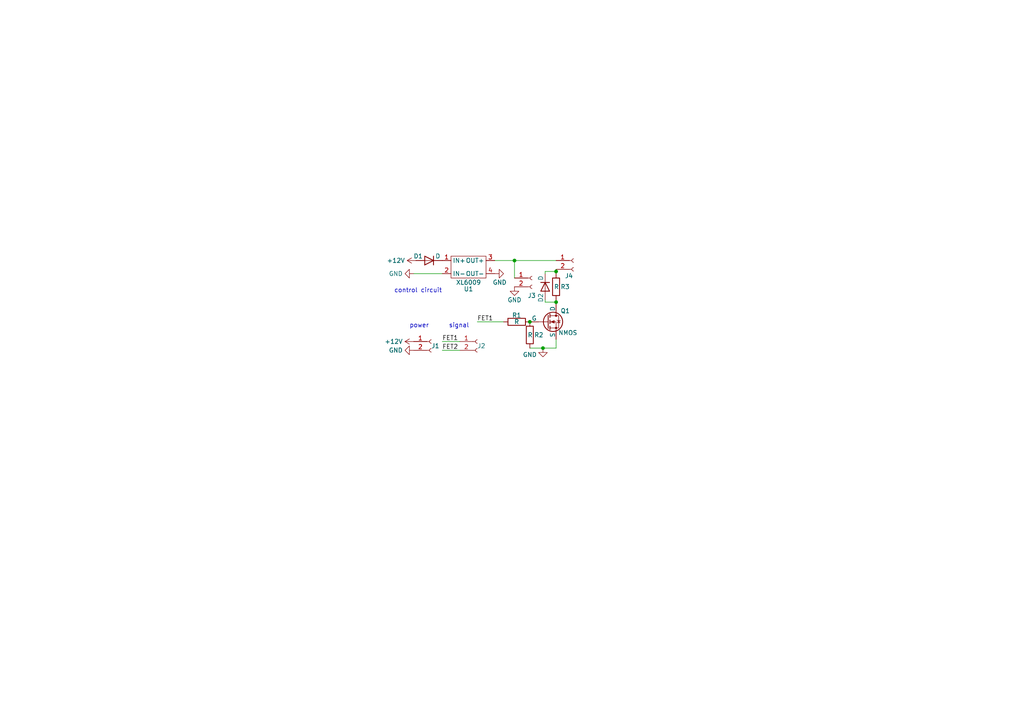
<source format=kicad_sch>
(kicad_sch (version 20230121) (generator eeschema)
  (paper "A4")
  (lib_symbols
    (symbol "Connector:Conn_01x02_Socket" (pin_names (offset 1.016) hide)
      (property "Reference" "J" (at 0 2.54 0))
      (property "Value" "Conn_01x02_Socket" (at 0 -5.08 0))
      (symbol "Conn_01x02_Socket_1_1"
        (arc (start 0 -2.032) (mid -0.5058 -2.54) (end 0 -3.048) (stroke (width 0.1524)))
        (polyline (pts (xy -1.27 -2.54) (xy -0.508 -2.54)) (stroke (width 0.1524)))
        (polyline (pts (xy -1.27 0) (xy -0.508 0)) (stroke (width 0.1524)))
        (arc (start 0 0.508) (mid -0.5058 0) (end 0 -0.508) (stroke (width 0.1524)))
        (pin passive line (at -5.08 0 0) (length 3.81) (name "Pin_1") (number "1"))
        (pin passive line (at -5.08 -2.54 0) (length 3.81) (name "Pin_2") (number "2"))
      )
    )
    (symbol "Device:D" (pin_numbers hide) (pin_names (offset 1.016) hide)
      (property "Reference" "D" (at 0 2.54 0))
      (property "Value" "D" (at 0 -2.54 0))
      (symbol "D_0_1"
        (polyline (pts (xy -1.27 1.27) (xy -1.27 -1.27)) (stroke (width 0.254)))
        (polyline (pts (xy 1.27 0) (xy -1.27 0)))
        (polyline (pts (xy 1.27 1.27) (xy 1.27 -1.27) (xy -1.27 0) (xy 1.27 1.27)) (stroke (width 0.254)))
      )
      (symbol "D_1_1"
        (pin passive line (at -3.81 0 0) (length 2.54) (name "K") (number "1"))
        (pin passive line (at 3.81 0 180) (length 2.54) (name "A") (number "2"))
      )
    )
    (symbol "Device:R" (pin_numbers hide) (pin_names (offset 0))
      (property "Reference" "R" (at 2.032 0 90))
      (property "Value" "R" (at 0 0 90))
      (symbol "R_0_1"
        (rectangle (start -1.016 -2.54) (end 1.016 2.54) (stroke (width 0.254)))
      )
      (symbol "R_1_1"
        (pin passive line (at 0 3.81 270) (length 1.27) (name "~") (number "1"))
        (pin passive line (at 0 -3.81 90) (length 1.27) (name "~") (number "2"))
      )
    )
    (symbol "Simulation_SPICE:NMOS" (pin_numbers hide) (pin_names (offset 0))
      (property "Reference" "Q" (at 5.08 1.27 0))
      (property "Value" "NMOS" (at 5.08 -1.27 0))
      (symbol "NMOS_0_1"
        (polyline (pts (xy 0.254 0) (xy -2.54 0)))
        (polyline (pts (xy 0.254 1.905) (xy 0.254 -1.905)) (stroke (width 0.254)))
        (polyline (pts (xy 0.762 -1.27) (xy 0.762 -2.286)) (stroke (width 0.254)))
        (polyline (pts (xy 0.762 0.508) (xy 0.762 -0.508)) (stroke (width 0.254)))
        (polyline (pts (xy 0.762 2.286) (xy 0.762 1.27)) (stroke (width 0.254)))
        (polyline (pts (xy 2.54 2.54) (xy 2.54 1.778)))
        (polyline (pts (xy 2.54 -2.54) (xy 2.54 0) (xy 0.762 0)))
        (polyline (pts (xy 0.762 -1.778) (xy 3.302 -1.778) (xy 3.302 1.778) (xy 0.762 1.778)))
        (polyline (pts (xy 1.016 0) (xy 2.032 0.381) (xy 2.032 -0.381) (xy 1.016 0)) (fill (type outline)))
        (polyline (pts (xy 2.794 0.508) (xy 2.921 0.381) (xy 3.683 0.381) (xy 3.81 0.254)))
        (polyline (pts (xy 3.302 0.381) (xy 2.921 -0.254) (xy 3.683 -0.254) (xy 3.302 0.381)))
        (circle (center 1.651 0) (radius 2.794) (stroke (width 0.254)))
        (circle (center 2.54 -1.778) (radius 0.254) (fill (type outline)))
        (circle (center 2.54 1.778) (radius 0.254) (fill (type outline)))
      )
      (symbol "NMOS_1_1"
        (pin passive line (at 2.54 5.08 270) (length 2.54) (name "D") (number "1"))
        (pin input line (at -5.08 0 0) (length 2.54) (name "G") (number "2"))
        (pin passive line (at 2.54 -5.08 90) (length 2.54) (name "S") (number "3"))
      )
    )
    (symbol "XL6009:XL6009"
      (property "Reference" "U1" (at 0 1.905 0))
      (property "Value" "XL6009" (at 0 -0.635 0))
      (symbol "XL6009_0_1"
        (rectangle (start -5.08 -2.54) (end 5.08 -8.89))
      )
      (symbol "XL6009_1_1"
        (pin input line (at -7.62 -3.81 0) (length 2.54) (name "IN+") (number "1"))
        (pin input line (at -7.62 -7.62 0) (length 2.54) (name "IN-") (number "2"))
        (pin input line (at 7.62 -3.81 180) (length 2.54) (name "OUT+") (number "3"))
        (pin input line (at 7.62 -7.62 180) (length 2.54) (name "OUT-") (number "4"))
      )
    )
    (symbol "power:+12V" (power) (pin_names (offset 0))
      (property "Value" "+12V" (at 0 3.556 0))
      (symbol "+12V_0_1"
        (polyline (pts (xy -0.762 1.27) (xy 0 2.54)))
        (polyline (pts (xy 0 0) (xy 0 2.54)))
        (polyline (pts (xy 0 2.54) (xy 0.762 1.27)))
      )
      (symbol "+12V_1_1"
        (pin power_in line (at 0 0 90) (length 0) hide (name "+12V") (number "1"))
      )
    )
    (symbol "power:GND" (power) (pin_names (offset 0))
      (property "Value" "GND" (at 0 -3.81 0))
      (symbol "GND_0_1"
        (polyline (pts (xy 0 0) (xy 0 -1.27) (xy 1.27 -1.27) (xy 0 -2.54) (xy -1.27 -1.27) (xy 0 -1.27)))
      )
      (symbol "GND_1_1"
        (pin power_in line (at 0 0 270) (length 0) hide (name "GND") (number "1"))
      )
    )
  )
  (junction (at 161.29 87.63))
  (junction (at 149.225 75.565))
  (junction (at 153.67 93.345))
  (junction (at 157.48 100.965))
  (junction (at 161.29 78.74))
  (wire (pts (xy 158.115 79.375) (xy 158.115 78.74)))
  (wire (pts (xy 161.29 79.375) (xy 161.29 78.74)))
  (wire (pts (xy 120.015 79.375) (xy 128.27 79.375)))
  (wire (pts (xy 153.67 100.965) (xy 157.48 100.965)))
  (wire (pts (xy 149.225 75.565) (xy 149.225 80.645)))
  (wire (pts (xy 158.115 86.995) (xy 158.115 87.63)))
  (wire (pts (xy 143.51 75.565) (xy 149.225 75.565)))
  (wire (pts (xy 149.225 75.565) (xy 161.29 75.565)))
  (wire (pts (xy 128.27 101.6) (xy 133.35 101.6)))
  (wire (pts (xy 161.29 87.63) (xy 161.29 88.265)))
  (wire (pts (xy 161.29 86.995) (xy 161.29 87.63)))
  (wire (pts (xy 158.115 87.63) (xy 161.29 87.63)))
  (wire (pts (xy 158.115 78.74) (xy 161.29 78.74)))
  (wire (pts (xy 138.43 93.345) (xy 146.05 93.345)))
  (wire (pts (xy 128.27 99.06) (xy 133.35 99.06)))
  (wire (pts (xy 161.29 100.965) (xy 161.29 98.425)))
  (wire (pts (xy 161.29 78.74) (xy 161.29 78.105)))
  (wire (pts (xy 157.48 100.965) (xy 161.29 100.965)))
  (text "control circuit" (at 114.3 85.09 0) (effects (font (size 1.27 1.27)) (justify left bottom)))
  (text "signal" (at 130.175 95.25 0) (effects (font (size 1.27 1.27)) (justify left bottom)))
  (text "power" (at 118.745 95.25 0) (effects (font (size 1.27 1.27)) (justify left bottom)))
  (label "FET1" (at 138.43 93.345 0))
  (label "FET1" (at 128.27 99.06 0))
  (label "FET2" (at 128.27 101.6 0))
  (symbol (lib_id "Device:D") (at 124.46 75.565 180) (unit 1)
    (property "Reference" "D1" (at 121.285 74.295 0))
    (property "Value" "D" (at 127 74.295 0))
    (property "Footprint" "Diode_THT:D_5W_P10.16mm_Horizontal" (effects hide))
    (property "Sim.Device" "D" (effects hide))
    (property "Sim.Pins" "1=K 2=A" (effects hide))
  )
  (symbol (lib_id "Simulation_SPICE:NMOS") (at 158.75 93.345 0) (unit 1)
    (property "Reference" "Q1" (at 162.56 90.17 0) (effects (justify left)))
    (property "Value" "NMOS" (at 161.925 96.52 0) (effects (justify left)))
    (property "Footprint" "K15A20D:K15A20D" (effects hide))
    (property "Datasheet" "https://ngspice.sourceforge.io/docs/ngspice-manual.pdf" (effects hide))
    (property "Sim.Device" "NMOS" (effects hide))
    (property "Sim.Type" "VDMOS" (effects hide))
    (property "Sim.Pins" "1=D 2=G 3=S" (effects hide))
  )
  (symbol (lib_id "Device:D") (at 158.115 83.185 270) (unit 1)
    (property "Reference" "D2" (at 156.845 86.36 0))
    (property "Value" "D" (at 156.845 80.645 0))
    (property "Footprint" "Diode_THT:D_5W_P10.16mm_Horizontal" (effects hide))
    (property "Sim.Device" "D" (effects hide))
    (property "Sim.Pins" "1=K 2=A" (effects hide))
  )
  (symbol (lib_id "power:GND") (at 120.015 79.375 270) (unit 1)
    (property "Reference" "#PWR01" (effects hide))
    (property "Value" "GND" (at 116.84 79.375 90) (effects (justify right)))
  )
  (symbol (lib_id "Connector:Conn_01x02_Socket") (at 154.305 80.645 0) (unit 1)
    (property "Reference" "J3" (at 153.035 85.725 0) (effects (justify left)))
    (property "Value" "Conn_01x02_Socket" (effects hide))
    (property "Footprint" "Connector_JST:JST_XH_B2B-XH-A_1x02_P2.50mm_Vertical" (effects hide))
  )
  (symbol (lib_id "Device:R") (at 153.67 97.155 180) (unit 1)
    (property "Reference" "R2" (at 154.94 97.155 0) (effects (justify right)))
    (property "Value" "R" (at 153.035 97.155 0) (effects (justify right)))
    (property "Footprint" "Resistor_THT:R_Axial_DIN0204_L3.6mm_D1.6mm_P5.08mm_Horizontal" (effects hide))
  )
  (symbol (lib_id "Device:R") (at 161.29 83.185 0) (unit 1)
    (property "Reference" "R3" (at 162.56 83.185 0) (effects (justify left)))
    (property "Value" "R" (at 160.655 83.185 0) (effects (justify left)))
    (property "Footprint" "Resistor_THT:R_Axial_DIN0207_L6.3mm_D2.5mm_P10.16mm_Horizontal" (effects hide))
  )
  (symbol (lib_id "power:GND") (at 149.225 83.185 0) (unit 1)
    (property "Reference" "#PWR06" (effects hide))
    (property "Value" "GND" (at 149.225 86.995 0))
  )
  (symbol (lib_id "Connector:Conn_01x02_Socket") (at 166.37 75.565 0) (unit 1)
    (property "Reference" "J4" (at 163.83 80.01 0) (effects (justify left)))
    (property "Value" "Conn_01x02_Socket" (effects hide))
    (property "Footprint" "Connector_JST:JST_XH_B2B-XH-A_1x02_P2.50mm_Vertical" (effects hide))
  )
  (symbol (lib_id "power:+12V") (at 120.015 99.06 90) (unit 1)
    (property "Reference" "#PWR02" (effects hide))
    (property "Value" "+12V" (at 116.84 99.06 90) (effects (justify left)))
  )
  (symbol (lib_id "Connector:Conn_01x02_Socket") (at 125.095 99.06 0) (unit 1)
    (property "Reference" "J1" (at 125.095 100.33 0) (effects (justify left)))
    (property "Value" "Conn_01x02_Socket" (effects hide))
    (property "Footprint" "Connector_JST:JST_XH_B2B-XH-A_1x02_P2.50mm_Vertical" (effects hide))
  )
  (symbol (lib_id "power:GND") (at 143.51 79.375 90) (unit 1)
    (property "Reference" "#PWR05" (effects hide))
    (property "Value" "GND" (at 142.875 81.915 90) (effects (justify right)))
  )
  (symbol (lib_id "Device:R") (at 149.86 93.345 90) (unit 1)
    (property "Reference" "R1" (at 149.86 91.44 90))
    (property "Value" "R" (at 149.86 93.345 90))
    (property "Footprint" "Resistor_THT:R_Axial_DIN0204_L3.6mm_D1.6mm_P5.08mm_Horizontal" (effects hide))
  )
  (symbol (lib_id "power:GND") (at 120.015 101.6 270) (unit 1)
    (property "Reference" "#PWR03" (effects hide))
    (property "Value" "GND" (at 116.84 101.6 90) (effects (justify right)))
  )
  (symbol (lib_id "Connector:Conn_01x02_Socket") (at 138.43 99.06 0) (unit 1)
    (property "Reference" "J2" (at 138.43 100.33 0) (effects (justify left)))
    (property "Value" "Conn_01x02_Socket" (effects hide))
    (property "Footprint" "Connector_JST:JST_XH_B2B-XH-A_1x02_P2.50mm_Vertical" (effects hide))
  )
  (symbol (lib_id "XL6009:XL6009") (at 135.89 71.755 0) (unit 1)
    (property "Reference" "U1" (at 135.89 83.82 0))
    (property "Value" "XL6009" (at 135.89 81.915 0))
    (property "Footprint" "XL6009:XL6009" (effects hide))
  )
  (symbol (lib_id "power:GND") (at 157.48 100.965 0) (unit 1)
    (property "Reference" "#PWR07" (effects hide))
    (property "Value" "GND" (at 153.67 102.87 0))
  )
  (symbol (lib_id "power:+12V") (at 120.65 75.565 90) (unit 1)
    (property "Reference" "#PWR04" (effects hide))
    (property "Value" "+12V" (at 117.475 75.565 90) (effects (justify left)))
  )
)
</source>
